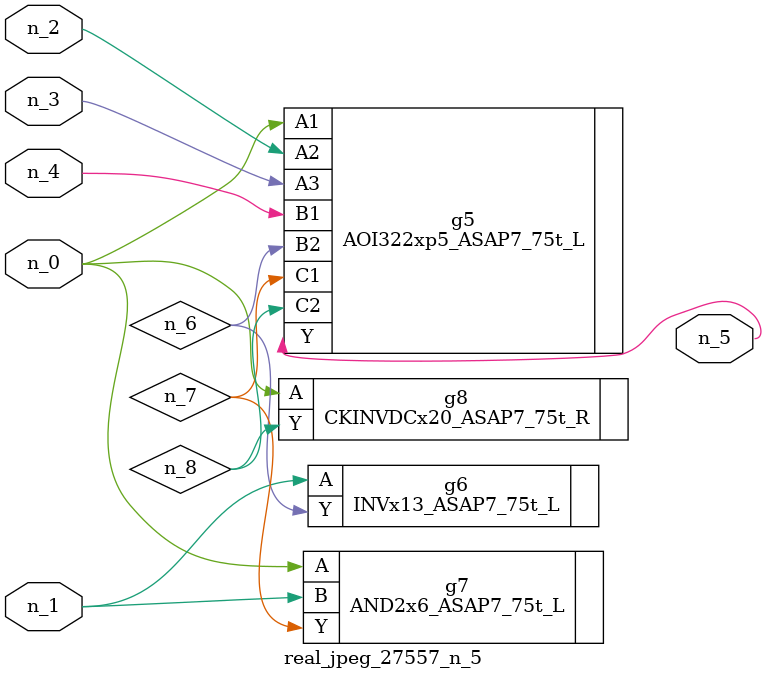
<source format=v>
module real_jpeg_27557_n_5 (n_4, n_0, n_1, n_2, n_3, n_5);

input n_4;
input n_0;
input n_1;
input n_2;
input n_3;

output n_5;

wire n_8;
wire n_6;
wire n_7;

AOI322xp5_ASAP7_75t_L g5 ( 
.A1(n_0),
.A2(n_2),
.A3(n_3),
.B1(n_4),
.B2(n_6),
.C1(n_7),
.C2(n_8),
.Y(n_5)
);

AND2x6_ASAP7_75t_L g7 ( 
.A(n_0),
.B(n_1),
.Y(n_7)
);

CKINVDCx20_ASAP7_75t_R g8 ( 
.A(n_0),
.Y(n_8)
);

INVx13_ASAP7_75t_L g6 ( 
.A(n_1),
.Y(n_6)
);


endmodule
</source>
